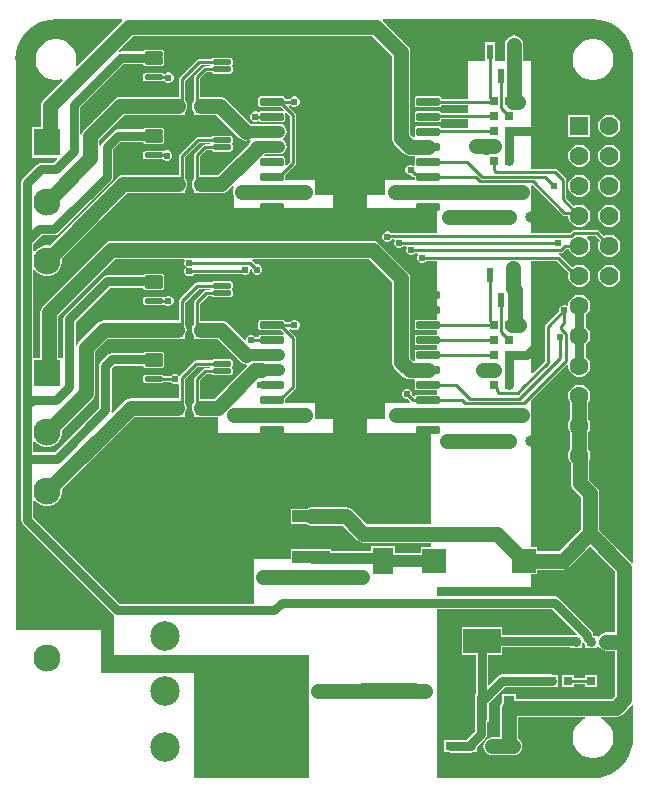
<source format=gtl>
G04*
G04 #@! TF.GenerationSoftware,Altium Limited,Altium Designer,21.5.1 (32)*
G04*
G04 Layer_Physical_Order=1*
G04 Layer_Color=7334*
%FSLAX25Y25*%
%MOIN*%
G70*
G04*
G04 #@! TF.SameCoordinates,690A18C4-EA90-4F08-A22E-A0273F3C1D78*
G04*
G04*
G04 #@! TF.FilePolarity,Positive*
G04*
G01*
G75*
%ADD12C,0.01000*%
G04:AMPARAMS|DCode=18|XSize=59.06mil|YSize=17.72mil|CornerRadius=1.95mil|HoleSize=0mil|Usage=FLASHONLY|Rotation=180.000|XOffset=0mil|YOffset=0mil|HoleType=Round|Shape=RoundedRectangle|*
%AMROUNDEDRECTD18*
21,1,0.05906,0.01382,0,0,180.0*
21,1,0.05516,0.01772,0,0,180.0*
1,1,0.00390,-0.02758,0.00691*
1,1,0.00390,0.02758,0.00691*
1,1,0.00390,0.02758,-0.00691*
1,1,0.00390,-0.02758,-0.00691*
%
%ADD18ROUNDEDRECTD18*%
%ADD19R,0.03500X0.05000*%
G04:AMPARAMS|DCode=20|XSize=78.35mil|YSize=24.8mil|CornerRadius=1.98mil|HoleSize=0mil|Usage=FLASHONLY|Rotation=0.000|XOffset=0mil|YOffset=0mil|HoleType=Round|Shape=RoundedRectangle|*
%AMROUNDEDRECTD20*
21,1,0.07835,0.02084,0,0,0.0*
21,1,0.07438,0.02480,0,0,0.0*
1,1,0.00397,0.03719,-0.01042*
1,1,0.00397,-0.03719,-0.01042*
1,1,0.00397,-0.03719,0.01042*
1,1,0.00397,0.03719,0.01042*
%
%ADD20ROUNDEDRECTD20*%
%ADD21R,0.03000X0.03000*%
%ADD22R,0.39370X0.41142*%
%ADD23R,0.12598X0.04134*%
%ADD24R,0.06890X0.08661*%
%ADD25R,0.03000X0.03000*%
%ADD26R,0.02362X0.05118*%
%ADD27R,0.10630X0.03937*%
%ADD28O,0.10630X0.03937*%
%ADD29R,0.03937X0.10630*%
%ADD30O,0.03937X0.10630*%
%ADD31R,0.07874X0.07874*%
%ADD32O,0.18898X0.05512*%
%ADD33R,0.18898X0.05512*%
%ADD34R,0.12598X0.08268*%
%ADD35R,0.03543X0.08268*%
%ADD36P,0.03247X8X22.5*%
%ADD63R,0.23622X0.37795*%
%ADD64R,0.11417X0.15748*%
%ADD65C,0.05000*%
%ADD66C,0.04000*%
%ADD67C,0.03000*%
%ADD68C,0.03500*%
%ADD69C,0.09843*%
%ADD70R,0.06299X0.06299*%
%ADD71C,0.06299*%
%ADD72R,0.09055X0.09055*%
%ADD73C,0.09055*%
%ADD74C,0.02400*%
G36*
X0Y239471D02*
X21984D01*
X22191Y238971D01*
X6949Y223729D01*
X6534Y224006D01*
X6538Y224017D01*
X6799Y225330D01*
Y226670D01*
X6538Y227983D01*
X6025Y229221D01*
X5281Y230334D01*
X4334Y231281D01*
X3221Y232025D01*
X1983Y232538D01*
X670Y232799D01*
X-670D01*
X-1983Y232538D01*
X-3221Y232025D01*
X-4334Y231281D01*
X-5281Y230334D01*
X-6025Y229221D01*
X-6538Y227983D01*
X-6799Y226670D01*
Y225330D01*
X-6538Y224017D01*
X-6025Y222779D01*
X-5281Y221666D01*
X-4334Y220719D01*
X-3221Y219975D01*
X-1983Y219462D01*
X-670Y219201D01*
X670D01*
X1983Y219462D01*
X1994Y219466D01*
X2271Y219051D01*
X-4242Y212537D01*
X-4723Y211911D01*
X-5025Y211181D01*
X-5128Y210398D01*
Y203398D01*
X-8028D01*
Y193342D01*
X319D01*
X510Y192881D01*
X-831Y191539D01*
X-5000D01*
X-5000Y191539D01*
X-5780Y191384D01*
X-6442Y190942D01*
X-10970Y186414D01*
X-11411Y185753D01*
X-11567Y184972D01*
Y165472D01*
Y110743D01*
Y93000D01*
Y72528D01*
X-11411Y71747D01*
X-10970Y71086D01*
X19058Y41058D01*
X19500Y40763D01*
Y27500D01*
X84500D01*
Y15697D01*
X84474Y15500D01*
X84500Y15303D01*
Y-13471D01*
X46000D01*
Y21500D01*
X15000D01*
Y36000D01*
X-13471D01*
Y226000D01*
X-13486Y226076D01*
X-13326Y228111D01*
X-12831Y230169D01*
X-12021Y232125D01*
X-10915Y233930D01*
X-9540Y235540D01*
X-7930Y236915D01*
X-6125Y238021D01*
X-4169Y238831D01*
X-2111Y239325D01*
X-76Y239486D01*
X0Y239471D01*
D02*
G37*
G36*
X111974Y227318D02*
Y199929D01*
X112077Y199146D01*
X112380Y198416D01*
X112860Y197789D01*
X115789Y194860D01*
X115789Y194860D01*
X116416Y194379D01*
X117146Y194077D01*
X117929Y193974D01*
X117929Y193974D01*
X119519D01*
X119649Y193758D01*
X119730Y193474D01*
X119623Y193314D01*
X119569Y193042D01*
Y190958D01*
X119571Y190946D01*
X119315Y190755D01*
X119118Y190665D01*
X118541Y190903D01*
X117865D01*
X117240Y190644D01*
X116762Y190166D01*
X116503Y189541D01*
Y188865D01*
X116762Y188240D01*
X117240Y187762D01*
X117865Y187503D01*
X118461D01*
X118989Y186975D01*
X119320Y186754D01*
X119569Y186705D01*
Y186000D01*
X76384D01*
Y187442D01*
X79721Y190779D01*
X79942Y191110D01*
X80020Y191500D01*
Y207630D01*
X79942Y208020D01*
X79721Y208351D01*
X77744Y210328D01*
X77925Y210854D01*
X78207Y210889D01*
X78537Y210559D01*
X79162Y210300D01*
X79838D01*
X80463Y210559D01*
X80941Y211037D01*
X81200Y211662D01*
Y212338D01*
X80941Y212963D01*
X80463Y213441D01*
X79838Y213700D01*
X79162D01*
X78537Y213441D01*
X78115Y213020D01*
X76384D01*
Y213042D01*
X76329Y213314D01*
X76175Y213545D01*
X75944Y213700D01*
X75672Y213754D01*
X68234D01*
X67961Y213700D01*
X67730Y213545D01*
X67576Y213314D01*
X67522Y213042D01*
Y210958D01*
X67576Y210686D01*
X67730Y210455D01*
X67961Y210300D01*
X68234Y210246D01*
X74942D01*
X75987Y209201D01*
X75741Y208740D01*
X75672Y208754D01*
X68234D01*
X67961Y208700D01*
X67730Y208545D01*
X67675Y208462D01*
X67463Y208441D01*
X66838Y208700D01*
X66162D01*
X65537Y208441D01*
X65059Y207963D01*
X64800Y207338D01*
Y206662D01*
X65059Y206037D01*
X65537Y205559D01*
X66162Y205300D01*
X66838D01*
X67463Y205559D01*
X67675Y205538D01*
X67730Y205455D01*
X67961Y205300D01*
X68234Y205246D01*
X75672D01*
X75944Y205300D01*
X76175Y205455D01*
X76329Y205686D01*
X76384Y205958D01*
Y208042D01*
X76370Y208111D01*
X76831Y208357D01*
X77980Y207208D01*
Y191922D01*
X76863Y190805D01*
X76561Y190902D01*
X76384Y191033D01*
Y193042D01*
X76329Y193314D01*
X76175Y193545D01*
X75944Y193700D01*
X75672Y193754D01*
X69703D01*
X69460Y194254D01*
X69615Y194451D01*
X74500D01*
X75476Y194645D01*
X76302Y195198D01*
X76855Y196025D01*
X77049Y197000D01*
X76855Y197976D01*
X76302Y198802D01*
X75684Y199216D01*
Y199784D01*
X76302Y200198D01*
X76855Y201025D01*
X77049Y202000D01*
X76855Y202976D01*
X76302Y203802D01*
X75476Y204355D01*
X74500Y204549D01*
X64953D01*
X56862Y212640D01*
X56236Y213121D01*
X55506Y213423D01*
X54723Y213526D01*
X48241D01*
X48079Y213668D01*
Y219637D01*
X50143Y221701D01*
X52043D01*
X52158Y221529D01*
X52388Y221375D01*
X52659Y221321D01*
X58175D01*
X58446Y221375D01*
X58676Y221529D01*
X58830Y221758D01*
X58884Y222029D01*
Y223411D01*
X58830Y223682D01*
X58709Y224000D01*
X58830Y224318D01*
X58884Y224589D01*
Y225971D01*
X58830Y226242D01*
X58676Y226471D01*
X58446Y226625D01*
X58175Y226679D01*
X52659D01*
X52388Y226625D01*
X52158Y226471D01*
X52043Y226299D01*
X47780D01*
X47389Y226221D01*
X47059Y226000D01*
X41220Y220162D01*
X40999Y219831D01*
X40922Y219441D01*
Y213668D01*
X40760Y213526D01*
X21500D01*
X21500Y213526D01*
X20717Y213423D01*
X19987Y213121D01*
X19361Y212640D01*
X9360Y202640D01*
X8879Y202013D01*
X8577Y201283D01*
X8539Y200994D01*
X8039Y201027D01*
Y210022D01*
X22635Y224618D01*
X29116D01*
Y224589D01*
X29170Y224318D01*
X29324Y224088D01*
X29554Y223934D01*
X29825Y223880D01*
X35341D01*
X35612Y223934D01*
X35842Y224088D01*
X35995Y224318D01*
X36049Y224589D01*
Y225971D01*
X35995Y226242D01*
X35989Y226250D01*
X36039Y226500D01*
X35971Y226841D01*
X35995Y226876D01*
X36049Y227148D01*
Y228530D01*
X35995Y228801D01*
X35842Y229030D01*
X35612Y229184D01*
X35341Y229238D01*
X29825D01*
X29554Y229184D01*
X29324Y229030D01*
X29170Y228801D01*
X29149Y228696D01*
X21790D01*
X21593Y228657D01*
X21144D01*
X20936Y229157D01*
X25753Y233974D01*
X105318D01*
X111974Y227318D01*
D02*
G37*
G36*
X51446Y224000D02*
X51295Y223740D01*
X49720D01*
X49330Y223662D01*
X49000Y223441D01*
X46338Y220780D01*
X46117Y220450D01*
X46040Y220059D01*
Y213500D01*
X45990D01*
Y212496D01*
X45620Y212013D01*
X45318Y211283D01*
X45215Y210500D01*
X45318Y209717D01*
X45620Y208987D01*
X45990Y208505D01*
Y207500D01*
X48044D01*
X48241Y207474D01*
X53469D01*
X61083Y199860D01*
X61710Y199380D01*
X62440Y199077D01*
X63223Y198974D01*
X64006Y199077D01*
X64626Y199334D01*
X64860Y199269D01*
X64966Y198729D01*
X64962Y198718D01*
X64860Y198640D01*
X64380Y198013D01*
X64363Y197974D01*
X53916Y187526D01*
X48241D01*
X48079Y187668D01*
Y193637D01*
X50143Y195701D01*
X52043D01*
X52158Y195528D01*
X52388Y195375D01*
X52659Y195321D01*
X58175D01*
X58446Y195375D01*
X58676Y195528D01*
X58830Y195758D01*
X58884Y196029D01*
Y197411D01*
X58830Y197682D01*
X58709Y198000D01*
X58830Y198318D01*
X58884Y198589D01*
Y199970D01*
X58830Y200242D01*
X58676Y200471D01*
X58446Y200625D01*
X58175Y200679D01*
X52659D01*
X52388Y200625D01*
X52158Y200471D01*
X52043Y200299D01*
X47280D01*
X46889Y200221D01*
X46559Y200001D01*
X41220Y194662D01*
X40999Y194331D01*
X40922Y193941D01*
Y187668D01*
X40760Y187526D01*
X22500D01*
X21717Y187423D01*
X20987Y187121D01*
X20361Y186640D01*
X-2270Y164009D01*
X-2338Y164028D01*
X-3662D01*
X-4941Y163685D01*
X-6087Y163023D01*
X-6988Y162122D01*
X-7247Y162147D01*
X-7488Y162212D01*
Y164628D01*
X-4655Y167461D01*
X-500D01*
X280Y167616D01*
X942Y168058D01*
X18442Y185558D01*
X18884Y186220D01*
X19039Y187000D01*
Y196155D01*
X21502Y198618D01*
X29116D01*
Y198589D01*
X29170Y198318D01*
X29324Y198088D01*
X29554Y197934D01*
X29825Y197880D01*
X35341D01*
X35612Y197934D01*
X35842Y198088D01*
X35995Y198318D01*
X36049Y198589D01*
Y199970D01*
X35995Y200242D01*
X35989Y200250D01*
X36039Y200500D01*
X35971Y200841D01*
X35995Y200876D01*
X36049Y201148D01*
Y202530D01*
X35995Y202801D01*
X35842Y203030D01*
X35612Y203184D01*
X35341Y203238D01*
X29825D01*
X29554Y203184D01*
X29324Y203030D01*
X29170Y202801D01*
X29149Y202696D01*
X20657D01*
X19877Y202541D01*
X19215Y202099D01*
X15558Y198442D01*
X15116Y197780D01*
X15026Y197327D01*
X14526Y197376D01*
Y199247D01*
X22754Y207474D01*
X40760D01*
X40957Y207500D01*
X43010D01*
Y208505D01*
X43381Y208987D01*
X43683Y209717D01*
X43786Y210500D01*
X43683Y211283D01*
X43381Y212013D01*
X43010Y212496D01*
Y213500D01*
X42961D01*
Y219019D01*
X48202Y224260D01*
X51295D01*
X51446Y224000D01*
D02*
G37*
G36*
X181111Y239325D02*
X183169Y238831D01*
X185125Y238021D01*
X186930Y236915D01*
X188540Y235540D01*
X189915Y233930D01*
X191021Y232125D01*
X191831Y230169D01*
X192325Y228111D01*
X192486Y226076D01*
X192471Y226000D01*
Y58406D01*
X191971Y58236D01*
X191640Y58667D01*
X191640Y58667D01*
X181026Y69281D01*
Y70311D01*
Y81500D01*
X181026Y81500D01*
X180974Y81892D01*
X180923Y82283D01*
X180621Y83013D01*
X180140Y83640D01*
X177775Y86005D01*
Y92372D01*
X177901Y92591D01*
X178150Y93520D01*
Y94481D01*
X177901Y95409D01*
X177526Y96058D01*
Y101942D01*
X177901Y102591D01*
X178150Y103519D01*
Y104481D01*
X177901Y105409D01*
X177526Y106058D01*
Y111942D01*
X177901Y112591D01*
X178150Y113520D01*
Y114480D01*
X177901Y115409D01*
X177420Y116241D01*
X176741Y116920D01*
X175909Y117401D01*
X174980Y117650D01*
X174020D01*
X173091Y117401D01*
X172259Y116920D01*
X171580Y116241D01*
X171099Y115409D01*
X170850Y114480D01*
Y113520D01*
X171099Y112591D01*
X171474Y111942D01*
Y106058D01*
X171099Y105409D01*
X170850Y104481D01*
Y103519D01*
X171099Y102591D01*
X171474Y101942D01*
Y96058D01*
X171099Y95409D01*
X170850Y94481D01*
Y93520D01*
X171099Y92591D01*
X171580Y91759D01*
X171723Y91616D01*
Y84751D01*
X171826Y83968D01*
X172128Y83239D01*
X172609Y82612D01*
X174974Y80247D01*
Y70311D01*
Y69281D01*
X167719Y62026D01*
X160437D01*
Y63437D01*
X158500D01*
Y107303D01*
X158526Y107500D01*
X158500Y107697D01*
Y112558D01*
X170350Y124408D01*
X170850Y124201D01*
Y123520D01*
X171099Y122591D01*
X171580Y121759D01*
X172259Y121080D01*
X173091Y120599D01*
X174020Y120350D01*
X174980D01*
X175909Y120599D01*
X176741Y121080D01*
X177420Y121759D01*
X177901Y122591D01*
X178150Y123520D01*
Y124480D01*
X177901Y125409D01*
X177420Y126241D01*
X176741Y126920D01*
X176539Y127037D01*
Y130963D01*
X176741Y131080D01*
X177420Y131759D01*
X177901Y132591D01*
X178150Y133519D01*
Y134481D01*
X177901Y135409D01*
X177420Y136241D01*
X176741Y136920D01*
X176539Y137037D01*
Y140963D01*
X176741Y141080D01*
X177420Y141759D01*
X177901Y142591D01*
X178150Y143519D01*
Y144481D01*
X177901Y145409D01*
X177420Y146241D01*
X176741Y146920D01*
X175909Y147401D01*
X174980Y147650D01*
X174020D01*
X173091Y147401D01*
X172259Y146920D01*
X171580Y146241D01*
X171099Y145409D01*
X170850Y144481D01*
Y144207D01*
X170350Y143988D01*
X169838Y144200D01*
X169162D01*
X168537Y143941D01*
X168059Y143463D01*
X167800Y142838D01*
Y142242D01*
X163279Y137721D01*
X163058Y137390D01*
X162980Y137000D01*
Y125422D01*
X158962Y121404D01*
X158500Y121595D01*
Y158980D01*
X166915D01*
X170970Y154926D01*
X170850Y154481D01*
Y153519D01*
X171099Y152591D01*
X171580Y151759D01*
X172259Y151080D01*
X173091Y150599D01*
X174020Y150350D01*
X174980D01*
X175909Y150599D01*
X176741Y151080D01*
X177420Y151759D01*
X177901Y152591D01*
X178150Y153519D01*
Y154481D01*
X177901Y155409D01*
X177420Y156241D01*
X176741Y156920D01*
X175909Y157401D01*
X174980Y157650D01*
X174020D01*
X173091Y157401D01*
X172259Y156920D01*
X172059Y156720D01*
X168059Y160721D01*
X167728Y160942D01*
X167545Y160978D01*
X167594Y161478D01*
X168411D01*
X168801Y161556D01*
X169132Y161777D01*
X170273Y162917D01*
X171012D01*
X171099Y162591D01*
X171580Y161759D01*
X172259Y161080D01*
X173091Y160599D01*
X174020Y160350D01*
X174980D01*
X175909Y160599D01*
X176741Y161080D01*
X177420Y161759D01*
X177901Y162591D01*
X178150Y163520D01*
Y164480D01*
X177901Y165409D01*
X177420Y166241D01*
X177031Y166630D01*
X177238Y167130D01*
X179928D01*
X181300Y165758D01*
X181099Y165409D01*
X180850Y164480D01*
Y163520D01*
X181099Y162591D01*
X181580Y161759D01*
X182259Y161080D01*
X183091Y160599D01*
X184019Y160350D01*
X184980D01*
X185909Y160599D01*
X186741Y161080D01*
X187420Y161759D01*
X187901Y162591D01*
X188150Y163520D01*
Y164480D01*
X187901Y165409D01*
X187420Y166241D01*
X186741Y166920D01*
X185909Y167401D01*
X184980Y167650D01*
X184019D01*
X183091Y167401D01*
X182743Y167200D01*
X181071Y168871D01*
X180741Y169092D01*
X180350Y169169D01*
X172781D01*
X172391Y169092D01*
X172060Y168871D01*
X171409Y168220D01*
X158500D01*
Y181803D01*
X158526Y182000D01*
X158500Y182197D01*
Y183851D01*
X159000Y184058D01*
X168779Y174279D01*
X169110Y174058D01*
X169500Y173980D01*
X170850D01*
Y173520D01*
X171099Y172591D01*
X171580Y171759D01*
X172259Y171080D01*
X173091Y170599D01*
X174020Y170350D01*
X174980D01*
X175909Y170599D01*
X176741Y171080D01*
X177420Y171759D01*
X177901Y172591D01*
X178150Y173520D01*
Y174480D01*
X177901Y175409D01*
X177420Y176241D01*
X176741Y176920D01*
X175909Y177401D01*
X174980Y177650D01*
X174020D01*
X173091Y177401D01*
X172742Y177199D01*
X170020Y179922D01*
Y186000D01*
X169942Y186390D01*
X169721Y186721D01*
X167221Y189221D01*
X166890Y189442D01*
X166500Y189520D01*
X158500D01*
Y225500D01*
X155707D01*
Y231000D01*
X155604Y231783D01*
X155302Y232513D01*
X154821Y233140D01*
X154194Y233621D01*
X153464Y233923D01*
X152681Y234026D01*
X151898Y233923D01*
X151168Y233621D01*
X150541Y233140D01*
X150061Y232513D01*
X149758Y231783D01*
X149655Y231000D01*
Y225500D01*
X146910D01*
X146441Y225575D01*
Y231693D01*
X143079D01*
Y225575D01*
X142610Y225500D01*
X137500D01*
Y213020D01*
X128431D01*
Y213042D01*
X128377Y213314D01*
X128222Y213545D01*
X127991Y213700D01*
X127719Y213754D01*
X120281D01*
X120009Y213700D01*
X119778Y213545D01*
X119623Y213314D01*
X119569Y213042D01*
Y210958D01*
X119623Y210686D01*
X119778Y210455D01*
X120009Y210300D01*
X120281Y210246D01*
X127719D01*
X127991Y210300D01*
X128222Y210455D01*
X128377Y210686D01*
X128431Y210958D01*
Y210980D01*
X137500D01*
Y208118D01*
X128416D01*
X128377Y208314D01*
X128222Y208545D01*
X127991Y208700D01*
X127719Y208754D01*
X120281D01*
X120009Y208700D01*
X119778Y208545D01*
X119623Y208314D01*
X119569Y208042D01*
Y205958D01*
X119623Y205686D01*
X119778Y205455D01*
X120009Y205300D01*
X120281Y205246D01*
X127719D01*
X127991Y205300D01*
X128222Y205455D01*
X128377Y205686D01*
X128431Y205958D01*
Y206079D01*
X137500D01*
Y203118D01*
X128416D01*
X128377Y203314D01*
X128222Y203545D01*
X127991Y203700D01*
X127719Y203754D01*
X120281D01*
X120009Y203700D01*
X119778Y203545D01*
X119623Y203314D01*
X119569Y203042D01*
Y200958D01*
X119623Y200686D01*
X119638Y200664D01*
X119431Y200170D01*
X119069Y200139D01*
X118026Y201182D01*
Y228571D01*
X117923Y229354D01*
X117621Y230084D01*
X117140Y230711D01*
X108880Y238971D01*
X109087Y239471D01*
X179000D01*
X179076Y239486D01*
X181111Y239325D01*
D02*
G37*
G36*
X51446Y198000D02*
X51295Y197740D01*
X49720D01*
X49330Y197662D01*
X49000Y197441D01*
X46338Y194780D01*
X46117Y194450D01*
X46040Y194059D01*
Y187500D01*
X45990D01*
Y186496D01*
X45620Y186013D01*
X45318Y185284D01*
X45215Y184500D01*
X45318Y183717D01*
X45620Y182987D01*
X45990Y182504D01*
Y181500D01*
X48044D01*
X48241Y181474D01*
X55169D01*
X55952Y181578D01*
X56682Y181880D01*
X57309Y182361D01*
X58744Y183796D01*
X59323Y183668D01*
X59336Y183632D01*
X59348Y183437D01*
X59077Y182783D01*
X58974Y182000D01*
X59077Y181217D01*
X59380Y180487D01*
X59500Y180330D01*
Y176500D01*
X127000D01*
Y168220D01*
X111685D01*
X111463Y168441D01*
X110838Y168700D01*
X110162D01*
X109537Y168441D01*
X109059Y167963D01*
X108800Y167338D01*
Y166662D01*
X109059Y166037D01*
X109537Y165559D01*
X110162Y165300D01*
X110838D01*
X111463Y165559D01*
X111941Y166037D01*
X112001Y166180D01*
X112623D01*
X112942Y165680D01*
X112800Y165338D01*
Y164662D01*
X113059Y164037D01*
X113537Y163559D01*
X114162Y163300D01*
X114838D01*
X115463Y163559D01*
X115734Y163829D01*
X116774D01*
X117004Y163329D01*
X116800Y162836D01*
Y162160D01*
X117059Y161535D01*
X117537Y161057D01*
X118162Y160798D01*
X118838D01*
X119463Y161057D01*
X119885Y161478D01*
X120367D01*
X120574Y160978D01*
X120559Y160963D01*
X120300Y160338D01*
Y159662D01*
X120559Y159037D01*
X121037Y158559D01*
X121662Y158300D01*
X122338D01*
X122963Y158559D01*
X123385Y158980D01*
X127000D01*
Y139254D01*
X120281D01*
X120009Y139200D01*
X119778Y139045D01*
X119623Y138814D01*
X119569Y138542D01*
Y136458D01*
X119623Y136186D01*
X119778Y135955D01*
X120009Y135800D01*
X120281Y135746D01*
X127000D01*
Y134254D01*
X120281D01*
X120009Y134200D01*
X119778Y134045D01*
X119623Y133814D01*
X119569Y133542D01*
Y131458D01*
X119623Y131186D01*
X119778Y130955D01*
X120009Y130800D01*
X120281Y130746D01*
X127000D01*
Y129254D01*
X120281D01*
X120009Y129200D01*
X119778Y129045D01*
X119623Y128814D01*
X119569Y128542D01*
Y126458D01*
X119623Y126186D01*
X119778Y125955D01*
X119818Y125927D01*
X119667Y125427D01*
X119182D01*
X118026Y126584D01*
Y153071D01*
X117923Y153854D01*
X117621Y154584D01*
X117140Y155211D01*
X117140Y155211D01*
X107711Y164640D01*
X107084Y165120D01*
X106354Y165423D01*
X105571Y165526D01*
X18500D01*
X18500Y165526D01*
X18108Y165474D01*
X17717Y165423D01*
X16987Y165120D01*
X16360Y164640D01*
X-4309Y143971D01*
X-4790Y143344D01*
X-5092Y142614D01*
X-5195Y141831D01*
Y126528D01*
X-7488D01*
Y155788D01*
X-7247Y155853D01*
X-6988Y155878D01*
X-6087Y154977D01*
X-4941Y154315D01*
X-3662Y153972D01*
X-2338D01*
X-1059Y154315D01*
X87Y154977D01*
X1023Y155913D01*
X1685Y157059D01*
X2028Y158338D01*
Y159662D01*
X2009Y159730D01*
X23754Y181474D01*
X40760D01*
X40957Y181500D01*
X43010D01*
Y182504D01*
X43381Y182987D01*
X43683Y183717D01*
X43786Y184500D01*
X43683Y185284D01*
X43381Y186013D01*
X43010Y186496D01*
Y187500D01*
X42961D01*
Y193519D01*
X47702Y198260D01*
X51295D01*
X51446Y198000D01*
D02*
G37*
G36*
X111974Y151818D02*
Y125330D01*
X112077Y124547D01*
X112380Y123818D01*
X112860Y123191D01*
X115789Y120262D01*
X115789Y120262D01*
X116416Y119781D01*
X117146Y119479D01*
X117929Y119376D01*
X117929Y119376D01*
X119441D01*
X119664Y118876D01*
X119623Y118814D01*
X119569Y118542D01*
Y116458D01*
X119623Y116186D01*
X119778Y115955D01*
X120009Y115800D01*
X120281Y115746D01*
X127000D01*
Y114254D01*
X120281D01*
X120009Y114200D01*
X119778Y114045D01*
X119708Y113941D01*
X119258Y113823D01*
X119116Y113826D01*
X118700Y114242D01*
Y114838D01*
X118441Y115463D01*
X117963Y115941D01*
X117338Y116200D01*
X116662D01*
X116037Y115941D01*
X115559Y115463D01*
X115300Y114838D01*
Y114162D01*
X115559Y113537D01*
X116037Y113059D01*
X116662Y112800D01*
X117258D01*
X118058Y112000D01*
X117851Y111500D01*
X76384D01*
Y112942D01*
X79721Y116279D01*
X79942Y116610D01*
X80020Y117000D01*
Y133031D01*
X79942Y133422D01*
X79721Y133753D01*
X77744Y135730D01*
X77925Y136256D01*
X78207Y136291D01*
X78537Y135960D01*
X79162Y135702D01*
X79838D01*
X80463Y135960D01*
X80941Y136439D01*
X81200Y137063D01*
Y137740D01*
X80941Y138365D01*
X80463Y138843D01*
X79838Y139102D01*
X79162D01*
X78537Y138843D01*
X78115Y138421D01*
X76384D01*
Y138542D01*
X76329Y138814D01*
X76175Y139045D01*
X75944Y139200D01*
X75672Y139254D01*
X68234D01*
X67961Y139200D01*
X67730Y139045D01*
X67576Y138814D01*
X67522Y138542D01*
Y136458D01*
X67576Y136186D01*
X67730Y135955D01*
X67961Y135800D01*
X68234Y135746D01*
X74843D01*
X75864Y134725D01*
X75712Y134353D01*
X75629Y134254D01*
X68234D01*
X67961Y134200D01*
X67730Y134045D01*
X67576Y133814D01*
X67522Y133542D01*
Y133421D01*
X66385D01*
X65963Y133843D01*
X65338Y134102D01*
X64662D01*
X64037Y133843D01*
X63559Y133364D01*
X63300Y132740D01*
Y132686D01*
X62800Y132479D01*
X57238Y138041D01*
X56611Y138522D01*
X55881Y138825D01*
X55098Y138928D01*
X48241D01*
X48079Y139069D01*
Y144637D01*
X50544Y147102D01*
X52043D01*
X52158Y146930D01*
X52388Y146776D01*
X52659Y146723D01*
X58175D01*
X58446Y146776D01*
X58676Y146930D01*
X58830Y147160D01*
X58884Y147431D01*
Y148813D01*
X58830Y149084D01*
X58709Y149402D01*
X58830Y149719D01*
X58884Y149990D01*
Y151372D01*
X58830Y151643D01*
X58676Y151873D01*
X58446Y152027D01*
X58175Y152081D01*
X52659D01*
X52388Y152027D01*
X52158Y151873D01*
X52043Y151701D01*
X47181D01*
X46791Y151623D01*
X46460Y151402D01*
X41220Y146162D01*
X40999Y145831D01*
X40922Y145441D01*
Y139353D01*
X40546Y139023D01*
X40523Y139026D01*
X16000D01*
X15217Y138923D01*
X14487Y138620D01*
X13860Y138140D01*
X7860Y132140D01*
X7379Y131513D01*
X7077Y130783D01*
X7039Y130494D01*
X6539Y130527D01*
Y138655D01*
X17903Y150020D01*
X29116D01*
Y149990D01*
X29170Y149719D01*
X29324Y149489D01*
X29554Y149336D01*
X29825Y149282D01*
X35341D01*
X35612Y149336D01*
X35842Y149489D01*
X35995Y149719D01*
X36049Y149990D01*
Y151372D01*
X35995Y151643D01*
X35974Y151674D01*
X36039Y152000D01*
X35987Y152265D01*
X35995Y152278D01*
X36049Y152549D01*
Y153931D01*
X35995Y154202D01*
X35842Y154432D01*
X35612Y154586D01*
X35341Y154640D01*
X29825D01*
X29554Y154586D01*
X29324Y154432D01*
X29170Y154202D01*
X29149Y154098D01*
X17059D01*
X16278Y153943D01*
X15617Y153501D01*
X3058Y140942D01*
X2616Y140280D01*
X2461Y139500D01*
Y126689D01*
X2028Y126528D01*
Y126528D01*
X857D01*
Y140577D01*
X19753Y159474D01*
X42617D01*
X42939Y158974D01*
X42800Y158638D01*
Y157962D01*
X43059Y157337D01*
X43219Y157177D01*
X43529Y156850D01*
X43219Y156523D01*
X43059Y156363D01*
X42800Y155738D01*
Y155062D01*
X43059Y154437D01*
X43537Y153959D01*
X44162Y153700D01*
X44838D01*
X45463Y153959D01*
X45941Y154437D01*
X46001Y154580D01*
X61793D01*
X62014Y154359D01*
X62639Y154100D01*
X63315D01*
X63940Y154359D01*
X64418Y154837D01*
X64677Y155462D01*
Y155818D01*
X65177Y156103D01*
X65300Y156030D01*
Y155662D01*
X65559Y155037D01*
X66037Y154559D01*
X66662Y154300D01*
X67338D01*
X67963Y154559D01*
X68441Y155037D01*
X68700Y155662D01*
Y156338D01*
X68441Y156963D01*
X67963Y157441D01*
X67338Y157700D01*
X66742D01*
X65468Y158974D01*
X65494Y159170D01*
X65643Y159474D01*
X104318D01*
X111974Y151818D01*
D02*
G37*
G36*
X51446Y149402D02*
X51295Y149142D01*
X50122D01*
X49732Y149064D01*
X49401Y148843D01*
X46338Y145780D01*
X46117Y145450D01*
X46040Y145059D01*
Y138902D01*
X45990D01*
Y137898D01*
X45620Y137415D01*
X45318Y136685D01*
X45215Y135902D01*
X45318Y135119D01*
X45620Y134389D01*
X45990Y133906D01*
Y132902D01*
X48044D01*
X48241Y132876D01*
X53845D01*
X61360Y125360D01*
X61987Y124880D01*
X62717Y124577D01*
X63489Y124476D01*
X63515Y124442D01*
X63719Y123999D01*
X52649Y112928D01*
X48241D01*
X48079Y113069D01*
Y119137D01*
X50044Y121102D01*
X52043D01*
X52158Y120930D01*
X52388Y120776D01*
X52659Y120723D01*
X58175D01*
X58446Y120776D01*
X58676Y120930D01*
X58830Y121160D01*
X58884Y121431D01*
Y122813D01*
X58830Y123084D01*
X58709Y123402D01*
X58830Y123719D01*
X58884Y123990D01*
Y125372D01*
X58830Y125643D01*
X58676Y125873D01*
X58446Y126027D01*
X58175Y126081D01*
X52659D01*
X52388Y126027D01*
X52158Y125873D01*
X52043Y125701D01*
X46681D01*
X46291Y125623D01*
X45960Y125402D01*
X41220Y120662D01*
X40967Y120637D01*
X40663Y120941D01*
X40038Y121200D01*
X39362D01*
X38737Y120941D01*
X38347Y120551D01*
X35978D01*
X35842Y120755D01*
X35612Y120908D01*
X35341Y120962D01*
X29825D01*
X29554Y120908D01*
X29324Y120755D01*
X29170Y120525D01*
X29116Y120254D01*
Y118872D01*
X29170Y118601D01*
X29324Y118371D01*
X29554Y118218D01*
X29825Y118164D01*
X35341D01*
X35612Y118218D01*
X35842Y118371D01*
X35936Y118512D01*
X38284D01*
X38737Y118059D01*
X39362Y117800D01*
X40038D01*
X40422Y117959D01*
X40922Y117664D01*
Y113353D01*
X40546Y113023D01*
X40523Y113026D01*
X24870D01*
X24870Y113026D01*
X24087Y112923D01*
X23357Y112620D01*
X22730Y112140D01*
X22730Y112140D01*
X18887Y108296D01*
X18426Y108542D01*
X18539Y109112D01*
Y123155D01*
X19403Y124020D01*
X29116D01*
Y123990D01*
X29170Y123719D01*
X29324Y123489D01*
X29554Y123336D01*
X29825Y123282D01*
X35341D01*
X35612Y123336D01*
X35842Y123489D01*
X35995Y123719D01*
X36049Y123990D01*
Y125372D01*
X35995Y125643D01*
X35974Y125674D01*
X36039Y126000D01*
X35987Y126265D01*
X35995Y126278D01*
X36049Y126549D01*
Y127931D01*
X35995Y128202D01*
X35842Y128432D01*
X35612Y128586D01*
X35341Y128640D01*
X29825D01*
X29554Y128586D01*
X29324Y128432D01*
X29170Y128202D01*
X29149Y128098D01*
X18559D01*
X17778Y127943D01*
X17117Y127501D01*
X15058Y125442D01*
X14616Y124780D01*
X14461Y124000D01*
Y109957D01*
X-457Y95039D01*
X-7488D01*
Y98603D01*
X-7247Y98668D01*
X-6988Y98693D01*
X-6087Y97792D01*
X-4941Y97130D01*
X-3662Y96787D01*
X-2338D01*
X-1059Y97130D01*
X87Y97792D01*
X1023Y98728D01*
X1685Y99874D01*
X2028Y101153D01*
Y102477D01*
X2009Y102545D01*
X12140Y112675D01*
X12140Y112675D01*
X12620Y113302D01*
X12923Y114032D01*
X13026Y114815D01*
X13026Y114815D01*
Y128747D01*
X17253Y132974D01*
X38510D01*
Y132902D01*
X43010D01*
Y134313D01*
X43144Y134487D01*
X43446Y135217D01*
X43549Y136000D01*
X43446Y136783D01*
X43144Y137513D01*
X43010Y137687D01*
Y138902D01*
X42961D01*
Y145019D01*
X47603Y149662D01*
X51295D01*
X51446Y149402D01*
D02*
G37*
G36*
Y123402D02*
X51295Y123142D01*
X49622D01*
X49232Y123064D01*
X48901Y122843D01*
X46338Y120280D01*
X46117Y119950D01*
X46040Y119559D01*
Y112902D01*
X45990D01*
Y111898D01*
X45620Y111415D01*
X45318Y110685D01*
X45215Y109902D01*
X45318Y109119D01*
X45620Y108389D01*
X45990Y107906D01*
Y106902D01*
X48044D01*
X48241Y106876D01*
X53902D01*
X54000Y106790D01*
Y101500D01*
X125000D01*
Y71026D01*
X103753D01*
X98947Y75832D01*
X98320Y76313D01*
X97590Y76616D01*
X96807Y76719D01*
X85000D01*
X84217Y76616D01*
X83487Y76313D01*
X83417Y76260D01*
X78201D01*
Y71126D01*
X83417D01*
X83487Y71072D01*
X84217Y70770D01*
X85000Y70667D01*
X95554D01*
X100360Y65860D01*
X100987Y65380D01*
X101717Y65077D01*
X102500Y64974D01*
X125000D01*
Y63437D01*
X121563D01*
Y61494D01*
X112945D01*
Y63776D01*
X105055D01*
Y62284D01*
X91799D01*
Y62874D01*
X78201D01*
Y59500D01*
X66000D01*
Y53697D01*
X65974Y53500D01*
X66000Y53303D01*
Y44539D01*
X21345D01*
X-7488Y73372D01*
Y78918D01*
X-7247Y78983D01*
X-6988Y79008D01*
X-6087Y78107D01*
X-4941Y77445D01*
X-3662Y77102D01*
X-2338D01*
X-1059Y77445D01*
X87Y78107D01*
X1023Y79043D01*
X1685Y80189D01*
X2028Y81468D01*
Y82792D01*
X2009Y82860D01*
X26123Y106974D01*
X38510D01*
Y106902D01*
X43010D01*
Y108313D01*
X43144Y108487D01*
X43446Y109217D01*
X43549Y110000D01*
X43446Y110783D01*
X43144Y111513D01*
X43010Y111687D01*
Y112902D01*
X42961D01*
Y119519D01*
X47103Y123661D01*
X51295D01*
X51446Y123402D01*
D02*
G37*
G36*
X173773Y34671D02*
X173527Y34210D01*
X173280Y34260D01*
X148799D01*
Y36854D01*
X135201D01*
Y27587D01*
X139961D01*
Y14413D01*
X139728D01*
Y9705D01*
X139689Y9508D01*
Y1990D01*
X137058Y-640D01*
X136884Y-902D01*
X131500D01*
X131303Y-941D01*
X129500D01*
Y-2744D01*
X129461Y-2941D01*
X129500Y-3138D01*
Y-4941D01*
X131303D01*
X131500Y-4980D01*
X138500D01*
X138697Y-4941D01*
X140500D01*
Y-3138D01*
X140540Y-2941D01*
Y-2927D01*
X142947Y-520D01*
X143323Y-850D01*
X142880Y-1428D01*
X142578Y-2158D01*
X142474Y-2941D01*
X142578Y-3724D01*
X142880Y-4454D01*
X143361Y-5081D01*
X143987Y-5562D01*
X144717Y-5864D01*
X145500Y-5967D01*
X152500D01*
X153284Y-5864D01*
X154013Y-5562D01*
X154640Y-5081D01*
X155121Y-4454D01*
X155423Y-3724D01*
X155526Y-2941D01*
X155423Y-2158D01*
X155121Y-1428D01*
X154640Y-802D01*
X154081Y-243D01*
Y6754D01*
X176231D01*
X176330Y6254D01*
X175779Y6025D01*
X174666Y5281D01*
X173719Y4334D01*
X172975Y3221D01*
X172462Y1983D01*
X172201Y670D01*
Y-670D01*
X172462Y-1983D01*
X172975Y-3221D01*
X173719Y-4334D01*
X174666Y-5281D01*
X175779Y-6025D01*
X177017Y-6538D01*
X178330Y-6799D01*
X179670D01*
X180983Y-6538D01*
X182221Y-6025D01*
X183334Y-5281D01*
X184281Y-4334D01*
X185025Y-3221D01*
X185538Y-1983D01*
X185799Y-670D01*
Y670D01*
X185538Y1983D01*
X185025Y3221D01*
X184281Y4334D01*
X183334Y5281D01*
X182221Y6025D01*
X181670Y6254D01*
X181769Y6754D01*
X186571D01*
X187354Y6857D01*
X188084Y7159D01*
X188711Y7640D01*
X191640Y10569D01*
X191640Y10569D01*
X191971Y11000D01*
X192471Y10830D01*
Y0D01*
X192486Y-76D01*
X192325Y-2111D01*
X191831Y-4169D01*
X191021Y-6125D01*
X189915Y-7930D01*
X188540Y-9540D01*
X186930Y-10915D01*
X185125Y-12021D01*
X183169Y-12831D01*
X181111Y-13326D01*
X179076Y-13486D01*
X179000Y-13471D01*
X127000D01*
Y42961D01*
X165484D01*
X173773Y34671D01*
D02*
G37*
G36*
X186474Y55274D02*
Y35026D01*
X183500D01*
X182717Y34923D01*
X181987Y34620D01*
X181360Y34140D01*
X181000Y33670D01*
X180500Y33840D01*
Y34000D01*
X179384D01*
X179035Y34349D01*
X178884Y35109D01*
X178442Y35770D01*
X167770Y46442D01*
X167109Y46884D01*
X166328Y47039D01*
X127000D01*
Y50348D01*
X158500D01*
Y54563D01*
X160437D01*
Y55974D01*
X168973D01*
X169756Y56077D01*
X170485Y56379D01*
X171112Y56860D01*
X178000Y63748D01*
X186474Y55274D01*
D02*
G37*
G36*
X176500Y31116D02*
Y30000D01*
X178303D01*
X178500Y29961D01*
X178697Y30000D01*
X180500D01*
Y30160D01*
X181000Y30330D01*
X181360Y29860D01*
X181987Y29379D01*
X182717Y29077D01*
X183500Y28974D01*
X186474D01*
Y13962D01*
X185318Y12805D01*
X153327D01*
Y14413D01*
X148784D01*
Y11747D01*
X148435Y11293D01*
X148132Y10563D01*
X148029Y9780D01*
Y85D01*
X145500D01*
X144717Y-18D01*
X143987Y-321D01*
X143409Y-764D01*
X143079Y-388D01*
X143170Y-296D01*
X143612Y365D01*
X143767Y1146D01*
Y5146D01*
X144272D01*
Y11530D01*
X149703Y16961D01*
X165441D01*
X165638Y17000D01*
X167441D01*
Y18803D01*
X167480Y19000D01*
X167441Y19197D01*
Y21000D01*
X165638D01*
X165441Y21039D01*
X148858D01*
X148858Y21039D01*
X148078Y20884D01*
X147416Y20442D01*
X144501Y17527D01*
X144039Y17718D01*
Y27587D01*
X148799D01*
Y30181D01*
X171500D01*
Y30000D01*
X173303D01*
X173500Y29961D01*
X173697Y30000D01*
X175500D01*
Y31409D01*
X176000Y31616D01*
X176500Y31116D01*
D02*
G37*
%LPC*%
G36*
X37838Y221700D02*
X37162D01*
X36537Y221441D01*
X36425Y221329D01*
X35842Y221353D01*
X35612Y221507D01*
X35341Y221561D01*
X29825D01*
X29554Y221507D01*
X29324Y221353D01*
X29170Y221124D01*
X29116Y220852D01*
Y219471D01*
X29170Y219199D01*
X29324Y218969D01*
X29554Y218816D01*
X29825Y218762D01*
X35341D01*
X35612Y218816D01*
X35621Y218822D01*
X35886Y218952D01*
X36316Y218780D01*
X36537Y218559D01*
X37162Y218300D01*
X37838D01*
X38463Y218559D01*
X38941Y219037D01*
X39200Y219662D01*
Y220338D01*
X38941Y220963D01*
X38463Y221441D01*
X37838Y221700D01*
D02*
G37*
G36*
X37338Y195700D02*
X36662D01*
X36037Y195441D01*
X35939Y195344D01*
X35842Y195353D01*
X35612Y195507D01*
X35341Y195561D01*
X29825D01*
X29554Y195507D01*
X29324Y195353D01*
X29170Y195124D01*
X29116Y194852D01*
Y193471D01*
X29170Y193199D01*
X29324Y192970D01*
X29554Y192816D01*
X29825Y192762D01*
X35341D01*
X35612Y192816D01*
X35713Y192883D01*
X36037Y192559D01*
X36662Y192300D01*
X37338D01*
X37963Y192559D01*
X38441Y193037D01*
X38700Y193662D01*
Y194338D01*
X38441Y194963D01*
X37963Y195441D01*
X37338Y195700D01*
D02*
G37*
G36*
X179670Y232799D02*
X178330D01*
X177017Y232538D01*
X175779Y232025D01*
X174666Y231281D01*
X173719Y230334D01*
X172975Y229221D01*
X172462Y227983D01*
X172201Y226670D01*
Y225330D01*
X172462Y224017D01*
X172975Y222779D01*
X173719Y221666D01*
X174666Y220719D01*
X175779Y219975D01*
X177017Y219462D01*
X178330Y219201D01*
X179670D01*
X180983Y219462D01*
X182221Y219975D01*
X183334Y220719D01*
X184281Y221666D01*
X185025Y222779D01*
X185538Y224017D01*
X185799Y225330D01*
Y226670D01*
X185538Y227983D01*
X185025Y229221D01*
X184281Y230334D01*
X183334Y231281D01*
X182221Y232025D01*
X180983Y232538D01*
X179670Y232799D01*
D02*
G37*
G36*
X184980Y207650D02*
X184019D01*
X183091Y207401D01*
X182259Y206920D01*
X181580Y206241D01*
X181099Y205409D01*
X180850Y204481D01*
Y203520D01*
X181099Y202591D01*
X181580Y201759D01*
X182259Y201080D01*
X183091Y200599D01*
X184019Y200350D01*
X184980D01*
X185909Y200599D01*
X186741Y201080D01*
X187420Y201759D01*
X187901Y202591D01*
X188150Y203520D01*
Y204481D01*
X187901Y205409D01*
X187420Y206241D01*
X186741Y206920D01*
X185909Y207401D01*
X184980Y207650D01*
D02*
G37*
G36*
X178150D02*
X170850D01*
Y200350D01*
X178150D01*
Y207650D01*
D02*
G37*
G36*
X184980Y197650D02*
X184019D01*
X183091Y197401D01*
X182259Y196920D01*
X181580Y196241D01*
X181099Y195409D01*
X180850Y194481D01*
Y193519D01*
X181099Y192591D01*
X181580Y191759D01*
X182259Y191080D01*
X183091Y190599D01*
X184019Y190350D01*
X184980D01*
X185909Y190599D01*
X186741Y191080D01*
X187420Y191759D01*
X187901Y192591D01*
X188150Y193519D01*
Y194481D01*
X187901Y195409D01*
X187420Y196241D01*
X186741Y196920D01*
X185909Y197401D01*
X184980Y197650D01*
D02*
G37*
G36*
X174980D02*
X174020D01*
X173091Y197401D01*
X172259Y196920D01*
X171580Y196241D01*
X171099Y195409D01*
X170850Y194481D01*
Y193519D01*
X171099Y192591D01*
X171580Y191759D01*
X172259Y191080D01*
X173091Y190599D01*
X174020Y190350D01*
X174980D01*
X175909Y190599D01*
X176741Y191080D01*
X177420Y191759D01*
X177901Y192591D01*
X178150Y193519D01*
Y194481D01*
X177901Y195409D01*
X177420Y196241D01*
X176741Y196920D01*
X175909Y197401D01*
X174980Y197650D01*
D02*
G37*
G36*
X184980Y187650D02*
X184019D01*
X183091Y187401D01*
X182259Y186920D01*
X181580Y186241D01*
X181099Y185409D01*
X180850Y184481D01*
Y183519D01*
X181099Y182591D01*
X181580Y181759D01*
X182259Y181080D01*
X183091Y180599D01*
X184019Y180350D01*
X184980D01*
X185909Y180599D01*
X186741Y181080D01*
X187420Y181759D01*
X187901Y182591D01*
X188150Y183519D01*
Y184481D01*
X187901Y185409D01*
X187420Y186241D01*
X186741Y186920D01*
X185909Y187401D01*
X184980Y187650D01*
D02*
G37*
G36*
X174980D02*
X174020D01*
X173091Y187401D01*
X172259Y186920D01*
X171580Y186241D01*
X171099Y185409D01*
X170850Y184481D01*
Y183519D01*
X171099Y182591D01*
X171580Y181759D01*
X172259Y181080D01*
X173091Y180599D01*
X174020Y180350D01*
X174980D01*
X175909Y180599D01*
X176741Y181080D01*
X177420Y181759D01*
X177901Y182591D01*
X178150Y183519D01*
Y184481D01*
X177901Y185409D01*
X177420Y186241D01*
X176741Y186920D01*
X175909Y187401D01*
X174980Y187650D01*
D02*
G37*
G36*
X184980Y177650D02*
X184019D01*
X183091Y177401D01*
X182259Y176920D01*
X181580Y176241D01*
X181099Y175409D01*
X180850Y174480D01*
Y173520D01*
X181099Y172591D01*
X181580Y171759D01*
X182259Y171080D01*
X183091Y170599D01*
X184019Y170350D01*
X184980D01*
X185909Y170599D01*
X186741Y171080D01*
X187420Y171759D01*
X187901Y172591D01*
X188150Y173520D01*
Y174480D01*
X187901Y175409D01*
X187420Y176241D01*
X186741Y176920D01*
X185909Y177401D01*
X184980Y177650D01*
D02*
G37*
G36*
Y157650D02*
X184019D01*
X183091Y157401D01*
X182259Y156920D01*
X181580Y156241D01*
X181099Y155409D01*
X180850Y154481D01*
Y153519D01*
X181099Y152591D01*
X181580Y151759D01*
X182259Y151080D01*
X183091Y150599D01*
X184019Y150350D01*
X184980D01*
X185909Y150599D01*
X186741Y151080D01*
X187420Y151759D01*
X187901Y152591D01*
X188150Y153519D01*
Y154481D01*
X187901Y155409D01*
X187420Y156241D01*
X186741Y156920D01*
X185909Y157401D01*
X184980Y157650D01*
D02*
G37*
G36*
X37838Y147200D02*
X37162D01*
X36537Y146941D01*
X36399Y146803D01*
X35842Y146755D01*
X35612Y146908D01*
X35341Y146962D01*
X29825D01*
X29554Y146908D01*
X29324Y146755D01*
X29170Y146525D01*
X29116Y146254D01*
Y144872D01*
X29170Y144601D01*
X29324Y144371D01*
X29554Y144218D01*
X29825Y144164D01*
X35341D01*
X35612Y144218D01*
X35842Y144371D01*
X36353Y144243D01*
X36537Y144059D01*
X37162Y143800D01*
X37838D01*
X38463Y144059D01*
X38941Y144537D01*
X39200Y145162D01*
Y145838D01*
X38941Y146463D01*
X38463Y146941D01*
X37838Y147200D01*
D02*
G37*
G36*
X172559Y21000D02*
X168559D01*
Y17000D01*
X172559D01*
Y17980D01*
X176441D01*
Y16999D01*
X180441D01*
Y21000D01*
X176441D01*
Y20019D01*
X172559D01*
Y21000D01*
D02*
G37*
%LPD*%
D12*
X66500Y207000D02*
X71953D01*
X148500Y135106D02*
Y145866D01*
X144760Y138728D02*
Y154134D01*
Y138728D02*
X145988Y137500D01*
X124000Y137402D02*
X124098Y137500D01*
X145988D01*
X148500Y135106D02*
X151106Y132500D01*
X148488Y209716D02*
Y220024D01*
X148047Y220465D02*
X148488Y220024D01*
Y209716D02*
X151106Y207098D01*
X144760Y213326D02*
Y228634D01*
Y213326D02*
X145988Y212098D01*
X124000Y212000D02*
X145890D01*
X159000Y185500D02*
X169500Y175000D01*
X141379Y185500D02*
X159000D01*
X139879Y187000D02*
X141379Y185500D01*
X163000Y187000D02*
X166000Y184000D01*
X145989Y189271D02*
X146759Y188500D01*
X137000Y192000D02*
X142000Y187000D01*
X163000D01*
X146759Y188500D02*
X166500D01*
X169000Y186000D01*
X156000Y111500D02*
X170104Y125604D01*
X135500Y112500D02*
X136500Y111500D01*
X156000D01*
X124000Y112500D02*
X135500D01*
X138000Y113000D02*
X154500D01*
X133500Y117500D02*
X138000Y113000D01*
X154500D02*
X167904Y126404D01*
X146988Y115586D02*
X147575Y115000D01*
X153021D02*
X153021Y115000D01*
X147575Y115000D02*
X153021D01*
X145989Y117500D02*
X146988Y116500D01*
Y115586D02*
Y116500D01*
X154000Y115000D02*
X155458Y116458D01*
X153021Y115000D02*
X154000D01*
X41941Y184500D02*
Y193941D01*
X47059Y184500D02*
Y194059D01*
Y210500D02*
Y220059D01*
X41941Y210500D02*
Y219441D01*
X47059Y109902D02*
Y119559D01*
X41941Y109902D02*
Y119941D01*
X47059Y135902D02*
Y145059D01*
X41941Y135902D02*
Y145441D01*
X47181Y150681D01*
X124000Y187000D02*
X139879D01*
X122000Y160000D02*
X167338D01*
X110500Y167000D02*
X110700Y167200D01*
X114651Y164849D02*
X167349D01*
X118500Y162498D02*
X168411D01*
X110700Y167200D02*
X171832D01*
X172781Y168150D01*
X114500Y165000D02*
X114651Y164849D01*
X169850Y163937D02*
X174437D01*
X167349Y164849D02*
X167500Y164698D01*
X168411Y162498D02*
X169850Y163937D01*
X174437D02*
X174500Y164000D01*
X173338Y154000D02*
X174500D01*
X167338Y160000D02*
X173338Y154000D01*
X74630Y112500D02*
X75370Y113240D01*
Y113370D02*
X79000Y117000D01*
X71953Y112500D02*
X74630D01*
X75370Y113240D02*
Y113370D01*
X68000Y117500D02*
X71953D01*
X65000Y132402D02*
X71854D01*
X71953Y132500D01*
Y137402D02*
X74630D01*
X124000Y127500D02*
X145989D01*
X124000Y132500D02*
X145987D01*
X124000Y117500D02*
X133500D01*
X169000Y179500D02*
Y186000D01*
X145989Y189271D02*
Y192098D01*
X169000Y179500D02*
X173500Y175000D01*
X174500Y174000D01*
X155458Y116458D02*
X155458D01*
X164000Y125000D01*
Y137000D01*
X167904Y126404D02*
Y133596D01*
X170104Y125604D02*
Y134507D01*
X119098Y112402D02*
X124000D01*
X168318Y137121D02*
X169500Y138303D01*
X168318Y136293D02*
Y137121D01*
Y136293D02*
X170104Y134507D01*
X169500Y138303D02*
Y142500D01*
X164000Y137000D02*
X169500Y142500D01*
Y175000D02*
X173500D01*
X119710Y187696D02*
X123304D01*
X118203Y189203D02*
X118203D01*
X123304Y187696D02*
X124000Y187000D01*
X118203Y189203D02*
X119710Y187696D01*
X124000Y192000D02*
X137000D01*
X117000Y114500D02*
X119098Y112402D01*
X180350Y168150D02*
X184500Y164000D01*
X172781Y168150D02*
X180350D01*
X32614Y119532D02*
X39669D01*
X39700Y119500D01*
X44500Y155400D02*
X44700Y155600D01*
X62777D01*
X62977Y155800D01*
X64700Y158300D02*
X67000Y156000D01*
X44500Y158300D02*
X64700D01*
X32614Y145531D02*
X37468D01*
X32583Y145563D02*
X32614Y145531D01*
X37468D02*
X37500Y145500D01*
X32583Y119563D02*
X32614Y119532D01*
X41941Y119941D02*
X46681Y124681D01*
X69500Y192000D02*
X71953D01*
X74630Y212000D02*
X79500D01*
X36919Y194081D02*
X37000Y194000D01*
X32663Y194081D02*
X36919D01*
X32583Y220161D02*
X32663Y220081D01*
X37419D02*
X37500Y220000D01*
X32663Y220081D02*
X37419D01*
X41941Y219441D02*
X47780Y225279D01*
X32583Y194161D02*
X32663Y194081D01*
X41941Y193941D02*
X47280Y199279D01*
X55417D01*
X71953Y212000D02*
X74630D01*
X79000Y191500D02*
Y207630D01*
X74630Y212000D02*
X79000Y207630D01*
X75370Y187870D02*
X79000Y191500D01*
X75370Y187740D02*
Y187870D01*
X74630Y187000D02*
X75370Y187740D01*
X71953Y187000D02*
X74630D01*
Y137402D02*
X79000Y133031D01*
Y117000D02*
Y133031D01*
X74630Y137402D02*
X79500D01*
X47059Y194059D02*
X49720Y196721D01*
X55417D01*
X49720Y222721D02*
X55417D01*
X47059Y220059D02*
X49720Y222721D01*
X47780Y225279D02*
X55417D01*
X178440Y19000D02*
X178441Y19000D01*
X170559Y19000D02*
X178440D01*
X50122Y148122D02*
X55417D01*
X47059Y145059D02*
X50122Y148122D01*
X47059Y119559D02*
X49622Y122122D01*
X55417D01*
X46681Y124681D02*
X55417D01*
X47181Y150681D02*
X55417D01*
X145890Y212000D02*
X145988Y212098D01*
X124000Y207000D02*
X124098Y207098D01*
X145988D01*
X124000Y202000D02*
X124099Y202099D01*
X145989D01*
D18*
X32583Y220161D02*
D03*
Y222721D02*
D03*
Y225279D02*
D03*
Y227839D02*
D03*
X55417D02*
D03*
Y225279D02*
D03*
Y222721D02*
D03*
Y220161D02*
D03*
X32583Y119563D02*
D03*
Y122122D02*
D03*
Y124681D02*
D03*
Y127240D02*
D03*
X55417D02*
D03*
Y124681D02*
D03*
Y122122D02*
D03*
Y119563D02*
D03*
X32583Y145563D02*
D03*
Y148122D02*
D03*
Y150681D02*
D03*
Y153240D02*
D03*
X55417D02*
D03*
Y150681D02*
D03*
Y148122D02*
D03*
Y145563D02*
D03*
X32583Y194161D02*
D03*
Y196721D02*
D03*
Y199279D02*
D03*
Y201839D02*
D03*
X55417D02*
D03*
Y199279D02*
D03*
Y196721D02*
D03*
Y194161D02*
D03*
D19*
X40760Y109902D02*
D03*
X48241D02*
D03*
X40760Y135902D02*
D03*
X48241D02*
D03*
X40760Y210500D02*
D03*
X48241D02*
D03*
X40760Y184500D02*
D03*
X48241D02*
D03*
D20*
X71953Y147500D02*
D03*
Y142500D02*
D03*
Y137500D02*
D03*
Y132500D02*
D03*
Y127500D02*
D03*
Y122500D02*
D03*
Y117500D02*
D03*
Y112500D02*
D03*
Y107500D02*
D03*
Y102500D02*
D03*
X124000D02*
D03*
Y107500D02*
D03*
Y112500D02*
D03*
Y117500D02*
D03*
Y122500D02*
D03*
Y127500D02*
D03*
Y132500D02*
D03*
Y137500D02*
D03*
Y142500D02*
D03*
Y147500D02*
D03*
X71953Y222000D02*
D03*
Y217000D02*
D03*
Y212000D02*
D03*
Y207000D02*
D03*
Y202000D02*
D03*
Y197000D02*
D03*
Y192000D02*
D03*
Y187000D02*
D03*
Y182000D02*
D03*
Y177000D02*
D03*
X124000D02*
D03*
Y182000D02*
D03*
Y187000D02*
D03*
Y192000D02*
D03*
Y197000D02*
D03*
Y202000D02*
D03*
Y207000D02*
D03*
Y212000D02*
D03*
Y217000D02*
D03*
Y222000D02*
D03*
D21*
X22500Y195539D02*
D03*
Y200657D02*
D03*
Y221539D02*
D03*
Y226657D02*
D03*
Y120941D02*
D03*
Y126059D02*
D03*
Y146941D02*
D03*
Y152059D02*
D03*
X152500Y-8059D02*
D03*
Y-2941D02*
D03*
X145500Y-8059D02*
D03*
Y-2941D02*
D03*
X138500Y-8059D02*
D03*
Y-2941D02*
D03*
X131500Y-8059D02*
D03*
Y-2941D02*
D03*
D22*
X45000Y67000D02*
D03*
D23*
X85000Y80386D02*
D03*
Y73693D02*
D03*
Y67000D02*
D03*
Y60307D02*
D03*
Y53614D02*
D03*
D24*
X109000Y58945D02*
D03*
Y77055D02*
D03*
D25*
X145989Y117500D02*
D03*
X151107D02*
D03*
Y122500D02*
D03*
X145989D02*
D03*
X151107Y127500D02*
D03*
X145989D02*
D03*
X145988Y132500D02*
D03*
X151106D02*
D03*
X145988Y137500D02*
D03*
X151106D02*
D03*
X145989Y192098D02*
D03*
X151107D02*
D03*
Y197099D02*
D03*
X145989D02*
D03*
X151107Y202099D02*
D03*
X145989D02*
D03*
X145988Y207098D02*
D03*
X151106D02*
D03*
X145988Y212098D02*
D03*
X151106D02*
D03*
X165441Y19000D02*
D03*
X170559D02*
D03*
X178441Y19000D02*
D03*
X178500Y32000D02*
D03*
X183500D02*
D03*
X173500D02*
D03*
D26*
X152240Y228634D02*
D03*
X144760D02*
D03*
X148500Y220366D02*
D03*
X152240Y154134D02*
D03*
X144760D02*
D03*
X148500Y145866D02*
D03*
D27*
X138189Y173598D02*
D03*
X138000Y99000D02*
D03*
D28*
X161811Y173598D02*
D03*
X161622Y99000D02*
D03*
D29*
X178000Y70311D02*
D03*
D30*
Y46689D02*
D03*
D31*
X156000Y59000D02*
D03*
X126000D02*
D03*
D32*
X61000Y15500D02*
D03*
D33*
X111000D02*
D03*
D34*
X142000Y32221D02*
D03*
D35*
X151055Y9780D02*
D03*
X142000D02*
D03*
X132945D02*
D03*
D36*
X184559Y19000D02*
D03*
D63*
X97976Y125000D02*
D03*
Y199500D02*
D03*
D64*
Y150098D02*
D03*
Y99902D02*
D03*
Y224598D02*
D03*
Y174402D02*
D03*
D65*
X48241Y210500D02*
X54723D01*
X63223Y202000D01*
X178000Y70311D02*
Y81500D01*
Y68028D02*
Y70311D01*
X168973Y59000D02*
X178000Y68028D01*
X156000Y59000D02*
X168973D01*
X153000Y139000D02*
X154500Y137500D01*
X152240Y150000D02*
X153000Y149240D01*
Y139000D02*
Y149240D01*
X152240Y150000D02*
Y154134D01*
X152681Y212000D02*
Y231000D01*
X131000Y173500D02*
X145500D01*
X76000Y53500D02*
X94000D01*
X143401Y197099D02*
X143500Y197000D01*
X140000Y197099D02*
X143401D01*
X152681Y212000D02*
X154000D01*
X152277D02*
X152681D01*
X143500Y197000D02*
X143599Y197099D01*
X145989D01*
X148250Y173500D02*
X151000D01*
X145500D02*
X148250D01*
X151500Y182000D02*
X155500D01*
X147000D02*
X151500D01*
X143000D02*
X147000D01*
X139000D02*
X143000D01*
X134500D02*
X139000D01*
X130000D02*
X134500D01*
X118000D02*
X124000D01*
X113000D02*
X118000D01*
X124000D02*
X130000D01*
X64500D02*
X67000D01*
X62000D02*
X64500D01*
X67000D02*
X71953D01*
X78000D01*
X80500D02*
X83000D01*
X78000D02*
X80500D01*
Y107500D02*
X83000D01*
X78000D02*
X80500D01*
X59500D02*
X63000D01*
X63500D02*
X66000D01*
X71953D02*
X78000D01*
X66500D02*
X71953D01*
X48241Y109902D02*
X53902D01*
X66402Y122402D01*
X68500D01*
X151500Y107500D02*
X155500D01*
X147000D02*
X151500D01*
X143000D02*
X147000D01*
X139000D02*
X143000D01*
X134500D02*
X139000D01*
X130000D02*
X134500D01*
X96000Y15500D02*
X99000D01*
X93000D02*
X96000D01*
X90000D02*
X93000D01*
X87500D02*
X90000D01*
X98000Y53500D02*
X102000D01*
X94000D02*
X98000D01*
X99000Y15500D02*
X111000D01*
X72500Y53500D02*
X76000D01*
X69000D02*
X72500D01*
X148250Y99000D02*
X151000D01*
X145500D02*
X148250D01*
X130500D02*
X138000D01*
X118000Y107500D02*
X124000D01*
X113500D02*
X118000D01*
X124000D02*
X130000D01*
X138000Y99000D02*
X145500D01*
X152240Y154134D02*
Y156500D01*
X22500Y184500D02*
X40760D01*
X48241D02*
X55169D01*
X21500Y210500D02*
X40760D01*
X24870Y110000D02*
X40523D01*
X48241Y135902D02*
X55098D01*
X16000Y136000D02*
X40523D01*
X24500Y237000D02*
X106571D01*
X115000Y228571D01*
X-2102Y210398D02*
X24500Y237000D01*
X186571Y9780D02*
X189500Y12709D01*
Y32500D01*
X151055Y9780D02*
X186571D01*
X189500Y32500D02*
Y56528D01*
X178000Y68028D02*
X189500Y56528D01*
X-2102Y199268D02*
Y210398D01*
X54750Y76750D02*
Y77250D01*
X59500Y82000D01*
X61114Y80386D01*
X85000D01*
X45000Y67000D02*
X54750Y76750D01*
X55098Y135902D02*
X63500Y127500D01*
X152000Y137500D02*
X154500D01*
X-3000Y178685D02*
X11500Y193185D01*
Y200500D02*
X21500Y210500D01*
X11500Y193185D02*
Y200500D01*
X10000Y114815D02*
Y130000D01*
X16000Y136000D01*
X-3000Y101815D02*
X10000Y114815D01*
X-2169Y122331D02*
Y141831D01*
X-3000Y121500D02*
X-2169Y122331D01*
Y141831D02*
X18500Y162500D01*
X-3000Y198370D02*
X-2102Y199268D01*
X-3000Y159000D02*
X22500Y184500D01*
X-3000Y82130D02*
X24870Y110000D01*
X174500Y104000D02*
Y114000D01*
Y94000D02*
Y104000D01*
X189000Y32000D02*
X189500Y32500D01*
X183500Y32000D02*
X189000D01*
X174749Y84751D02*
X178000Y81500D01*
X174500Y94000D02*
X174749Y93751D01*
Y84751D02*
Y93751D01*
X67000Y196331D02*
Y196500D01*
X55169Y184500D02*
X67000Y196331D01*
X111000Y15500D02*
X123000D01*
X142500Y122500D02*
X142500Y122500D01*
X145989D01*
X105571Y162500D02*
X115000Y153071D01*
X18500Y162500D02*
X105571D01*
X117929Y122402D02*
X124000D01*
X117929Y197000D02*
X124000D01*
X115000Y125330D02*
X117929Y122402D01*
X115000Y125330D02*
Y153071D01*
Y199929D02*
Y228571D01*
Y199929D02*
X117929Y197000D01*
X102500Y68000D02*
X147000D01*
X156000Y59000D01*
X96807Y73693D02*
X102500Y68000D01*
X85000Y73693D02*
X96807D01*
X151055Y-1496D02*
X152500Y-2941D01*
X151055Y-1496D02*
Y9780D01*
X145500Y-2941D02*
X152500D01*
D66*
X63223Y202000D02*
X74500D01*
X71953Y127500D02*
X74500D01*
X63500D02*
X71953D01*
X68500Y122402D02*
X74500D01*
X67000Y196500D02*
X67500Y197000D01*
X74500D01*
X109000Y58945D02*
X125945D01*
X126000Y59000D01*
D67*
X-9528Y72528D02*
X20500Y42500D01*
X72750D02*
X75250Y45000D01*
X20500Y42500D02*
X72750D01*
X-9528Y72528D02*
Y93000D01*
X151107Y192098D02*
Y197099D01*
Y117500D02*
Y122500D01*
X156985Y127500D02*
X160000Y130515D01*
X151107Y127500D02*
X156985D01*
X160000Y130515D02*
Y143743D01*
X161757Y145500D01*
X164000D01*
X151107Y122500D02*
Y127500D01*
Y202099D02*
X164000D01*
Y202000D02*
Y202099D01*
X151107Y197099D02*
Y202099D01*
X6000Y195486D02*
Y210867D01*
X32583Y152059D02*
X33941D01*
X22500Y200657D02*
X32583D01*
X22500Y152059D02*
X32583D01*
Y226657D02*
X33843D01*
X32583Y200657D02*
X33843D01*
X22500Y126059D02*
X32583D01*
X13Y189500D02*
X6000Y195486D01*
X22500Y226657D02*
X32583D01*
Y126059D02*
X33941D01*
X6000Y210867D02*
X21790Y226657D01*
X18559Y126059D02*
X22500D01*
X16500Y124000D02*
X18559Y126059D01*
X16500Y109112D02*
Y124000D01*
X388Y93000D02*
X16500Y109112D01*
X4500Y117000D02*
Y139500D01*
X0Y112500D02*
X4500Y117000D01*
Y139500D02*
X17059Y152059D01*
X-7770Y112500D02*
X0D01*
X-9528Y110743D02*
X-7770Y112500D01*
X-5000Y189500D02*
X13D01*
X21790Y226657D02*
X22500D01*
X-9528Y184972D02*
X-5000Y189500D01*
X-9528Y165472D02*
Y184972D01*
X17000Y197000D02*
X20657Y200657D01*
X22500D01*
X-500Y169500D02*
X17000Y187000D01*
Y197000D01*
X-5500Y169500D02*
X-500D01*
X-9528Y165472D02*
X-5500Y169500D01*
X-9528Y110743D02*
Y165472D01*
Y93000D02*
Y110743D01*
Y93000D02*
X388D01*
X17059Y152059D02*
X22500D01*
X75250Y45000D02*
X166328D01*
X177000Y33500D02*
Y34328D01*
X166328Y45000D02*
X177000Y34328D01*
Y33500D02*
X178500Y32000D01*
X142000Y32221D02*
X173280D01*
X142000Y32000D02*
Y32221D01*
Y12142D02*
Y32000D01*
X173280Y32221D02*
X173500Y32000D01*
X138500Y-2082D02*
X141728Y1146D01*
X138500Y-2941D02*
Y-2082D01*
X141728Y1146D02*
Y9508D01*
X174500Y134000D02*
Y144000D01*
Y124000D02*
Y134000D01*
X131500Y-2941D02*
X138500D01*
X33843Y226657D02*
X34000Y226500D01*
X33843Y200657D02*
X34000Y200500D01*
X142000Y9780D02*
Y12142D01*
X141728Y9508D02*
X142000Y9780D01*
Y12142D02*
X148858Y19000D01*
X165441D01*
X33941Y152059D02*
X34000Y152000D01*
X33941Y126059D02*
X34000Y126000D01*
D68*
X85317Y59990D02*
X107955D01*
X85000Y60307D02*
X85317Y59990D01*
X107955D02*
X109000Y58945D01*
D69*
X36500Y34004D02*
D03*
Y15500D02*
D03*
Y-3004D02*
D03*
D70*
X174500Y204000D02*
D03*
D71*
X184500D02*
D03*
X174500Y194000D02*
D03*
X184500D02*
D03*
X174500Y184000D02*
D03*
X184500D02*
D03*
X174500Y174000D02*
D03*
X184500D02*
D03*
X174500Y164000D02*
D03*
X184500D02*
D03*
X174500Y154000D02*
D03*
X184500D02*
D03*
X174500Y144000D02*
D03*
X184500D02*
D03*
X174500Y134000D02*
D03*
X184500D02*
D03*
X174500Y124000D02*
D03*
X184500D02*
D03*
X174500Y114000D02*
D03*
X184500D02*
D03*
X174500Y104000D02*
D03*
X184500D02*
D03*
X174500Y94000D02*
D03*
X184500D02*
D03*
D72*
X-3000Y121500D02*
D03*
Y198370D02*
D03*
Y46500D02*
D03*
D73*
Y101815D02*
D03*
Y82130D02*
D03*
Y178685D02*
D03*
Y159000D02*
D03*
Y26500D02*
D03*
D74*
X66500Y207000D02*
D03*
X153000Y141000D02*
D03*
Y144120D02*
D03*
Y147000D02*
D03*
X152240Y150000D02*
D03*
X152681Y221319D02*
D03*
X152500Y224000D02*
D03*
Y215500D02*
D03*
Y218500D02*
D03*
X140000Y197099D02*
D03*
X143500Y197000D02*
D03*
X145500Y173500D02*
D03*
X148250D02*
D03*
X151000D02*
D03*
X130000Y182000D02*
D03*
X134500D02*
D03*
X139000D02*
D03*
X143000D02*
D03*
X147000D02*
D03*
X151500D02*
D03*
X155500D02*
D03*
X113000D02*
D03*
X62000D02*
D03*
X64500D02*
D03*
X67000D02*
D03*
X83000D02*
D03*
X80500D02*
D03*
X63000Y107500D02*
D03*
X59500D02*
D03*
X66500D02*
D03*
X83000D02*
D03*
X80500D02*
D03*
X155500D02*
D03*
X151500D02*
D03*
X147000D02*
D03*
X143000D02*
D03*
X139000D02*
D03*
X87000Y15500D02*
D03*
X90000D02*
D03*
X93000D02*
D03*
X96000D02*
D03*
X102000Y53500D02*
D03*
X98000D02*
D03*
X72500D02*
D03*
X69000D02*
D03*
X134500Y107500D02*
D03*
X130000D02*
D03*
X118000D02*
D03*
X113500D02*
D03*
X145500Y99000D02*
D03*
X151000D02*
D03*
X148250D02*
D03*
X184000Y25000D02*
D03*
X110500Y167000D02*
D03*
X118500Y162498D02*
D03*
X114500Y165000D02*
D03*
X122000Y160000D02*
D03*
X167500Y164698D02*
D03*
X94000Y169500D02*
D03*
X98000D02*
D03*
X102000D02*
D03*
X88000Y135000D02*
D03*
X98000Y141000D02*
D03*
X88000Y130000D02*
D03*
X102000Y146000D02*
D03*
X88000Y141000D02*
D03*
X93000D02*
D03*
Y135000D02*
D03*
X152240Y156500D02*
D03*
X88000Y189500D02*
D03*
Y194500D02*
D03*
Y209500D02*
D03*
Y204500D02*
D03*
Y199500D02*
D03*
Y115000D02*
D03*
Y120000D02*
D03*
Y125000D02*
D03*
X59500Y82000D02*
D03*
Y77000D02*
D03*
X29500Y52000D02*
D03*
Y82000D02*
D03*
X59500Y52000D02*
D03*
Y72000D02*
D03*
Y67000D02*
D03*
Y62000D02*
D03*
Y57000D02*
D03*
X34500Y52000D02*
D03*
X54500D02*
D03*
X49500D02*
D03*
X44500D02*
D03*
X39500D02*
D03*
X29500Y77000D02*
D03*
Y72000D02*
D03*
Y67000D02*
D03*
Y57000D02*
D03*
Y62000D02*
D03*
X34500Y57000D02*
D03*
Y62000D02*
D03*
Y67000D02*
D03*
Y72000D02*
D03*
Y77000D02*
D03*
X34589Y81927D02*
D03*
X54589D02*
D03*
X49589D02*
D03*
X44589D02*
D03*
X39589D02*
D03*
X39500Y67000D02*
D03*
X44500D02*
D03*
X49500D02*
D03*
Y72000D02*
D03*
X44500D02*
D03*
X39500D02*
D03*
X49500Y77000D02*
D03*
X44500D02*
D03*
X39500D02*
D03*
X44500Y62000D02*
D03*
X39500D02*
D03*
X49500D02*
D03*
Y57000D02*
D03*
X44500D02*
D03*
X39500D02*
D03*
X54500Y72000D02*
D03*
Y67000D02*
D03*
Y62000D02*
D03*
Y57000D02*
D03*
Y77000D02*
D03*
X108000Y141000D02*
D03*
X103000D02*
D03*
X93000Y125000D02*
D03*
X98000D02*
D03*
X103000D02*
D03*
Y130000D02*
D03*
X98000D02*
D03*
X93000D02*
D03*
X103000Y135000D02*
D03*
X98000D02*
D03*
Y120000D02*
D03*
X93000D02*
D03*
X103000D02*
D03*
Y115000D02*
D03*
X98000D02*
D03*
X93000D02*
D03*
X108000Y130000D02*
D03*
Y125000D02*
D03*
Y120000D02*
D03*
Y115000D02*
D03*
Y135000D02*
D03*
Y215500D02*
D03*
Y209500D02*
D03*
Y189500D02*
D03*
Y194500D02*
D03*
Y199500D02*
D03*
Y204500D02*
D03*
X98000Y173500D02*
D03*
X94000D02*
D03*
X102000D02*
D03*
X94000Y97500D02*
D03*
X102000D02*
D03*
X98000D02*
D03*
Y93500D02*
D03*
X94000D02*
D03*
X102000D02*
D03*
X98000Y146000D02*
D03*
X94000D02*
D03*
X98000Y154000D02*
D03*
X94000D02*
D03*
X102000D02*
D03*
X98000Y150000D02*
D03*
X94000D02*
D03*
X102000D02*
D03*
X98000Y220500D02*
D03*
X94000D02*
D03*
X102000D02*
D03*
X98000Y228500D02*
D03*
X94000D02*
D03*
X102000D02*
D03*
Y224500D02*
D03*
X94000D02*
D03*
X98000D02*
D03*
X103000Y215500D02*
D03*
X98000D02*
D03*
X88000D02*
D03*
X93000D02*
D03*
Y189500D02*
D03*
X98000D02*
D03*
X103000D02*
D03*
Y194500D02*
D03*
X93000D02*
D03*
X98000D02*
D03*
X93000Y209500D02*
D03*
X98000D02*
D03*
X103000D02*
D03*
X93000Y204500D02*
D03*
X98000D02*
D03*
X103000D02*
D03*
Y199500D02*
D03*
X98000D02*
D03*
X93000D02*
D03*
X68000Y117500D02*
D03*
X78000Y107500D02*
D03*
X57500Y-11000D02*
D03*
X166000Y184000D02*
D03*
X167904Y133596D02*
D03*
X164000Y145500D02*
D03*
X154500Y137500D02*
D03*
X169500Y142500D02*
D03*
X166500Y99000D02*
D03*
X166000Y173500D02*
D03*
X164000Y202000D02*
D03*
X154000Y212000D02*
D03*
X66000Y-11000D02*
D03*
X74000D02*
D03*
X57500Y-3500D02*
D03*
X66000D02*
D03*
X74000D02*
D03*
Y4500D02*
D03*
X66000D02*
D03*
X57500D02*
D03*
X178000Y57500D02*
D03*
X190500Y77000D02*
D03*
Y84500D02*
D03*
X185000Y77000D02*
D03*
Y84500D02*
D03*
X-9500Y218000D02*
D03*
X8500Y235000D02*
D03*
X44500Y202000D02*
D03*
X39500Y227000D02*
D03*
X22500Y216500D02*
D03*
Y190500D02*
D03*
X31000Y169000D02*
D03*
X23000D02*
D03*
X31000Y175500D02*
D03*
X23000D02*
D03*
X40000Y151500D02*
D03*
X63500Y148500D02*
D03*
X56500Y141500D02*
D03*
X49000Y129000D02*
D03*
X43000D02*
D03*
X174500Y25000D02*
D03*
X165000D02*
D03*
X167000Y-2000D02*
D03*
X160000D02*
D03*
X167000Y-8500D02*
D03*
X160000D02*
D03*
X142000Y32000D02*
D03*
X157957Y32043D02*
D03*
X154000Y32000D02*
D03*
X150000D02*
D03*
X146000D02*
D03*
X118203Y189203D02*
D03*
X117000Y114500D02*
D03*
X130500Y99000D02*
D03*
X123000Y15500D02*
D03*
X99000D02*
D03*
X76000Y53500D02*
D03*
X94000D02*
D03*
X142500Y122500D02*
D03*
X131000Y173500D02*
D03*
X118000Y182000D02*
D03*
X78000D02*
D03*
X39700Y119500D02*
D03*
X44500Y155400D02*
D03*
Y158300D02*
D03*
X67000Y156000D02*
D03*
X62977Y155800D02*
D03*
X37500Y145500D02*
D03*
X69500Y192000D02*
D03*
X79500Y212000D02*
D03*
X37000Y194000D02*
D03*
X37500Y220000D02*
D03*
X65000Y132402D02*
D03*
X79500Y137402D02*
D03*
M02*

</source>
